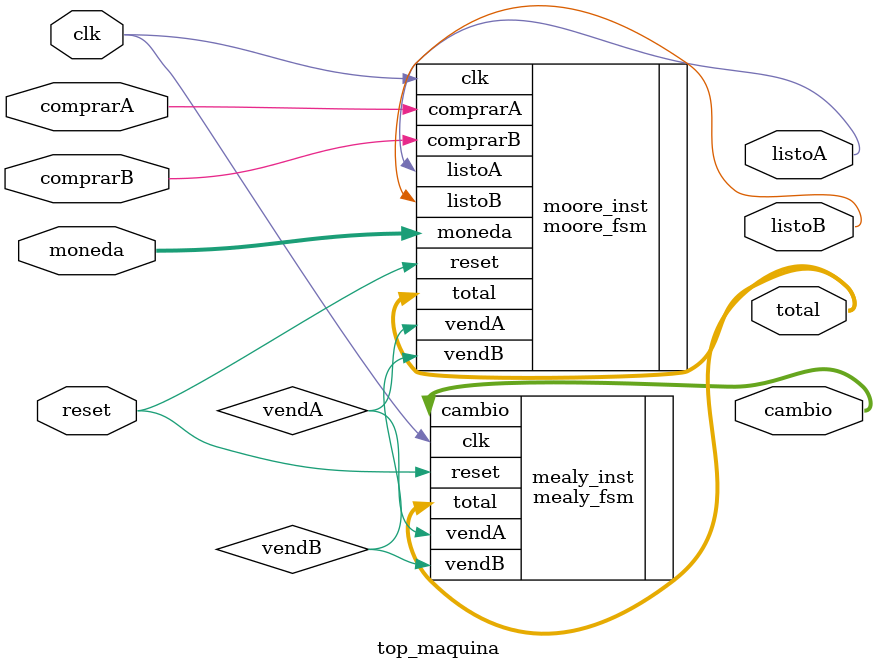
<source format=v>
module top_maquina (
    input  wire clk,
    input  wire reset,
    input  wire [1:0] moneda,
    input  wire comprarA,
    input  wire comprarB,
    output wire listoA,
    output wire listoB,
    output wire [3:0] total,
    output wire [3:0] cambio
);

    wire vendA, vendB;

    moore_fsm moore_inst (
        .clk(clk),
        .reset(reset),
        .moneda(moneda),
        .comprarA(comprarA),
        .comprarB(comprarB),
        .listoA(listoA),
        .listoB(listoB),
        .total(total),
        .vendA(vendA),
        .vendB(vendB)
    );

    mealy_fsm mealy_inst (
        .clk(clk),
        .reset(reset),
        .total(total),
        .vendA(vendA),
        .vendB(vendB),
        .cambio(cambio)
    );

endmodule

</source>
